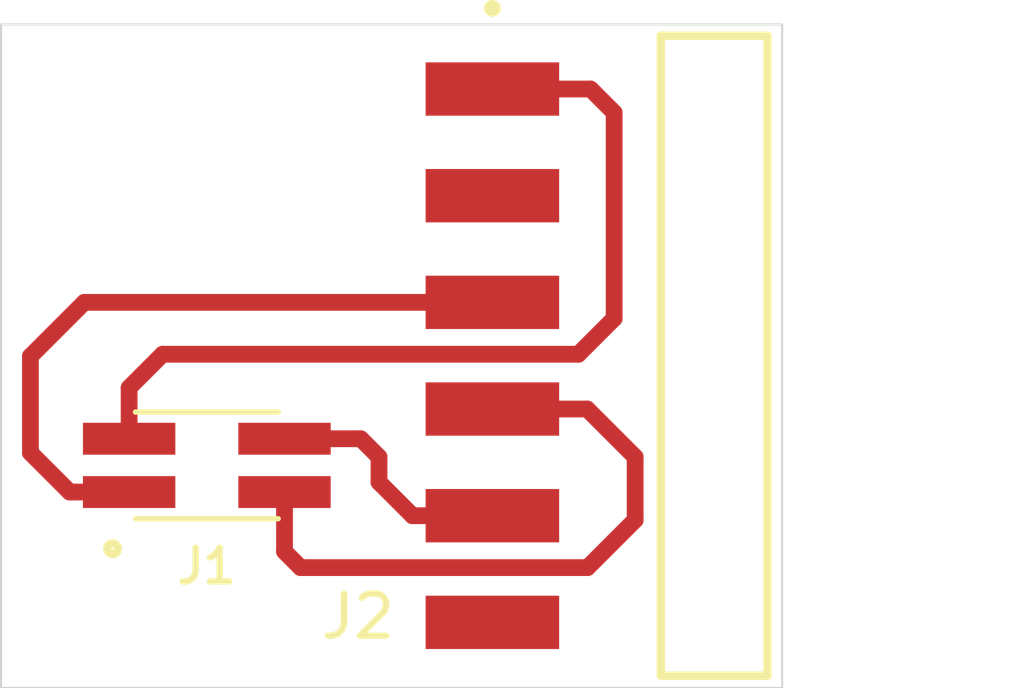
<source format=kicad_pcb>
(kicad_pcb (version 20241229) (generator "pcbnew") (generator_version "9.0")
  (layers (0 "F.Cu" signal) (2 "B.Cu" signal) (13 "F.Paste" user) (15 "B.Paste" user) (5 "F.SilkS" user "F.Silkscreen") (7 "B.SilkS" user "B.Silkscreen") (1 "F.Mask" user) (3 "B.Mask" user) (25 "Edge.Cuts" user))
  (net 0 "")
  (net 1 "GND")
  (net 2 "TX")
  (net 3 "RX")
  (net 4 "CTS")
  (net 5 "RTS")
  (net 6 "5V")
  (footprint "Neil:right angle header 6 pins" (layer "F.Cu") (at 136.68 96.0875 -90)
    (property "Reference" "J2" (at 6.2125 8.48 180) (layer "F.SilkS"))
    (property "Value" "FTDI" (hide yes))
    (fp_line (start -7.62 1.27) (end -7.62 -1.27) (stroke (width 0.2)) (layer "F.SilkS"))
    (fp_line (start 7.62 1.27) (end -7.62 1.27) (stroke (width 0.2)) (layer "F.SilkS"))
    (fp_line (start 7.62 -1.27) (end 7.62 1.27) (stroke (width 0.2)) (layer "F.SilkS"))
    (fp_line (start 7.62 -1.27) (end -7.62 -1.27) (stroke (width 0.2)) (layer "F.SilkS"))
    (fp_circle (center -8.27 5.28) (end -8.17 5.28) (stroke (width 0.2)) (fill no) (layer "F.SilkS"))
    (pad "01" smd rect (at -6.35 5.28 270) (size 1.27 3.18) (layers "F.Cu" "F.Mask" "F.Paste") (net 1 "GND"))
    (pad "02" smd rect (at -3.81 5.28 270) (size 1.27 3.18) (layers "F.Cu" "F.Mask" "F.Paste") (net 4 "CTS"))
    (pad "03" smd rect (at -1.27 5.28 270) (size 1.27 3.18) (layers "F.Cu" "F.Mask" "F.Paste") (net 6 "5V"))
    (pad "04" smd rect (at 1.27 5.28 270) (size 1.27 3.18) (layers "F.Cu" "F.Mask" "F.Paste") (net 2 "TX"))
    (pad "05" smd rect (at 3.81 5.28 270) (size 1.27 3.18) (layers "F.Cu" "F.Mask" "F.Paste") (net 3 "RX"))
    (pad "06" smd rect (at 6.35 5.28 270) (size 1.27 3.18) (layers "F.Cu" "F.Mask" "F.Paste") (net 5 "RTS"))
  )
  (footprint "Neil:2x2x0.5 header" (layer "F.Cu") (at 124.6 98.7 90)
    (property "Reference" "J1" (at -2.4 0 0) (layer "F.SilkS") (effects (font (size 0.800567 0.800567))))
    (property "Value" "serial" (hide yes))
    (fp_line (start 1.27 1.7) (end 1.27 -1.7) (stroke (width 0.127)) (layer "F.SilkS"))
    (fp_line (start -1.27 1.7) (end -1.27 -1.7) (stroke (width 0.127)) (layer "F.SilkS"))
    (fp_circle (center -1.985 -2.245) (end -1.858 -2.245) (stroke (width 0.2)) (fill no) (layer "F.SilkS"))
    (pad "1" smd rect (at -0.635 -1.85 90) (size 0.76 2.2) (layers "F.Cu" "F.Mask" "F.Paste") (net 6 "5V"))
    (pad "2" smd rect (at -0.635 1.85 90) (size 0.76 2.2) (layers "F.Cu" "F.Mask" "F.Paste") (net 2 "TX"))
    (pad "3" smd rect (at 0.635 -1.85 90) (size 0.76 2.2) (layers "F.Cu" "F.Mask" "F.Paste") (net 1 "GND"))
    (pad "4" smd rect (at 0.635 1.85 90) (size 0.76 2.2) (layers "F.Cu" "F.Mask" "F.Paste") (net 3 "RX"))
  )
  (gr_rect (start 119.7 88.2) (end 138.3 104) (stroke (width 0.05)) (fill no) (layer "Edge.Cuts"))
  (segment (start 122.75 96.85) (end 123.5465 96.0535) (width 0.4) (layer "F.Cu") (net 1))
  (segment (start 134.3 95.2) (end 134.3 90.3) (width 0.4) (layer "F.Cu") (net 1))
  (segment (start 123.5465 96.0535) (end 133.4465 96.0535) (width 0.4) (layer "F.Cu") (net 1))
  (segment (start 133.4465 96.0535) (end 134.3 95.2) (width 0.4) (layer "F.Cu") (net 1))
  (segment (start 122.75 98.065) (end 122.75 96.85) (width 0.4) (layer "F.Cu") (net 1))
  (segment (start 134.3 90.3) (end 133.7375 89.7375) (width 0.4) (layer "F.Cu") (net 1))
  (segment (start 133.7375 89.7375) (end 131.4 89.7375) (width 0.4) (layer "F.Cu") (net 1))
  (segment (start 126.45 100.75) (end 126.8335 101.1335) (width 0.4) (layer "F.Cu") (net 2))
  (segment (start 126.45 99.335) (end 126.45 100.75) (width 0.4) (layer "F.Cu") (net 2))
  (segment (start 134.8 100) (end 134.8 98.5) (width 0.4) (layer "F.Cu") (net 2))
  (segment (start 134.8 98.5) (end 133.6575 97.3575) (width 0.4) (layer "F.Cu") (net 2))
  (segment (start 133.6575 97.3575) (end 131.4 97.3575) (width 0.4) (layer "F.Cu") (net 2))
  (segment (start 126.8335 101.1335) (end 133.6665 101.1335) (width 0.4) (layer "F.Cu") (net 2))
  (segment (start 133.6665 101.1335) (end 134.8 100) (width 0.4) (layer "F.Cu") (net 2))
  (segment (start 131.4 99.8975) (end 129.4975 99.8975) (width 0.4) (layer "F.Cu") (net 3))
  (segment (start 128.7 98.5) (end 128.265 98.065) (width 0.4) (layer "F.Cu") (net 3))
  (segment (start 129.4975 99.8975) (end 128.7 99.1) (width 0.4) (layer "F.Cu") (net 3))
  (segment (start 128.265 98.065) (end 126.45 98.065) (width 0.4) (layer "F.Cu") (net 3))
  (segment (start 128.7 99.1) (end 128.7 98.5) (width 0.4) (layer "F.Cu") (net 3))
  (segment (start 122.75 99.335) (end 121.335 99.335) (width 0.4) (layer "F.Cu") (net 6))
  (segment (start 120.4 96.1) (end 121.6825 94.8175) (width 0.4) (layer "F.Cu") (net 6))
  (segment (start 121.6825 94.8175) (end 131.4 94.8175) (width 0.4) (layer "F.Cu") (net 6))
  (segment (start 121.335 99.335) (end 120.4 98.4) (width 0.4) (layer "F.Cu") (net 6))
  (segment (start 120.4 98.4) (end 120.4 96.1) (width 0.4) (layer "F.Cu") (net 6))
)
</source>
